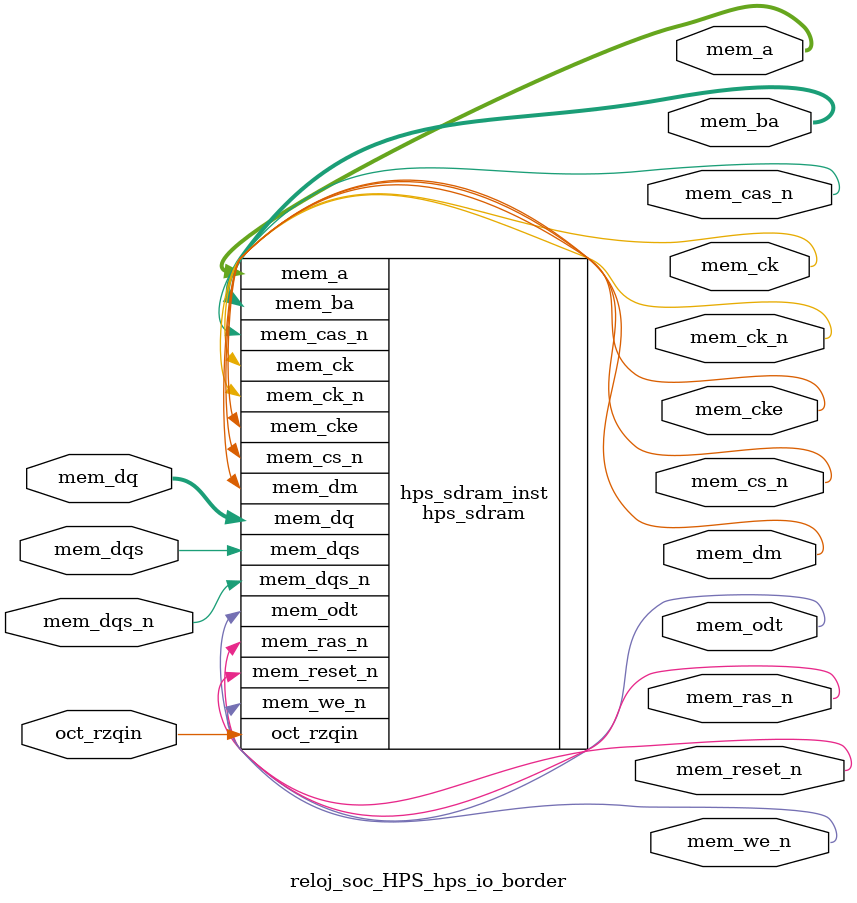
<source format=sv>


module reloj_soc_HPS_hps_io_border(
// memory
  output wire [13 - 1 : 0 ] mem_a
 ,output wire [3 - 1 : 0 ] mem_ba
 ,output wire [1 - 1 : 0 ] mem_ck
 ,output wire [1 - 1 : 0 ] mem_ck_n
 ,output wire [1 - 1 : 0 ] mem_cke
 ,output wire [1 - 1 : 0 ] mem_cs_n
 ,output wire [1 - 1 : 0 ] mem_ras_n
 ,output wire [1 - 1 : 0 ] mem_cas_n
 ,output wire [1 - 1 : 0 ] mem_we_n
 ,output wire [1 - 1 : 0 ] mem_reset_n
 ,inout wire [8 - 1 : 0 ] mem_dq
 ,inout wire [1 - 1 : 0 ] mem_dqs
 ,inout wire [1 - 1 : 0 ] mem_dqs_n
 ,output wire [1 - 1 : 0 ] mem_odt
 ,output wire [1 - 1 : 0 ] mem_dm
 ,input wire [1 - 1 : 0 ] oct_rzqin
);


hps_sdram hps_sdram_inst(
 .mem_dq({
    mem_dq[7:0] // 7:0
  })
,.mem_odt({
    mem_odt[0:0] // 0:0
  })
,.mem_ras_n({
    mem_ras_n[0:0] // 0:0
  })
,.mem_dqs_n({
    mem_dqs_n[0:0] // 0:0
  })
,.mem_dqs({
    mem_dqs[0:0] // 0:0
  })
,.mem_dm({
    mem_dm[0:0] // 0:0
  })
,.mem_we_n({
    mem_we_n[0:0] // 0:0
  })
,.mem_cas_n({
    mem_cas_n[0:0] // 0:0
  })
,.mem_ba({
    mem_ba[2:0] // 2:0
  })
,.mem_a({
    mem_a[12:0] // 12:0
  })
,.mem_cs_n({
    mem_cs_n[0:0] // 0:0
  })
,.mem_ck({
    mem_ck[0:0] // 0:0
  })
,.mem_cke({
    mem_cke[0:0] // 0:0
  })
,.oct_rzqin({
    oct_rzqin[0:0] // 0:0
  })
,.mem_reset_n({
    mem_reset_n[0:0] // 0:0
  })
,.mem_ck_n({
    mem_ck_n[0:0] // 0:0
  })
);

endmodule


</source>
